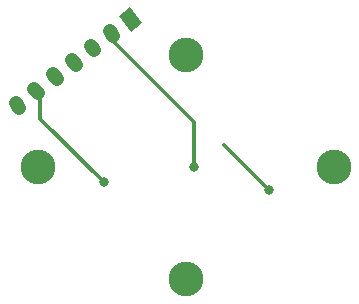
<source format=gbl>
G04 #@! TF.FileFunction,Copper,L2,Bot,Signal*
%FSLAX46Y46*%
G04 Gerber Fmt 4.6, Leading zero omitted, Abs format (unit mm)*
G04 Created by KiCad (PCBNEW 4.0.7+dfsg1-1) date Wed Jan 17 01:01:51 2018*
%MOMM*%
%LPD*%
G01*
G04 APERTURE LIST*
%ADD10C,0.100000*%
%ADD11C,1.198880*%
%ADD12C,2.946400*%
%ADD13C,0.800000*%
%ADD14C,0.300000*%
G04 APERTURE END LIST*
D10*
G36*
X84752551Y-82963543D02*
X85779922Y-84317055D01*
X84824979Y-85041897D01*
X83797608Y-83688385D01*
X84752551Y-82963543D01*
X84752551Y-82963543D01*
G37*
D11*
X83347783Y-85410585D02*
X83045253Y-85012017D01*
X81753512Y-86620702D02*
X81450982Y-86222134D01*
X80161265Y-87829284D02*
X79858735Y-87430716D01*
X78569018Y-89037866D02*
X78266488Y-88639298D01*
X76974747Y-90247983D02*
X76672217Y-89849415D01*
X75382500Y-91456564D02*
X75079970Y-91057996D01*
D12*
X102000000Y-96520000D03*
X89500000Y-87000000D03*
X89500000Y-106000000D03*
X77000000Y-96500000D03*
D13*
X90170000Y-96520000D03*
X96520000Y-98425000D03*
X82550000Y-97790000D03*
D14*
X83287018Y-85335407D02*
X83287018Y-85827018D01*
X83287018Y-85827018D02*
X90170000Y-92710000D01*
X90170000Y-92710000D02*
X90170000Y-96520000D01*
X82838781Y-84801219D02*
X82838781Y-85378781D01*
X92710000Y-94615000D02*
X96520000Y-98425000D01*
X76732982Y-89924593D02*
X76732982Y-90010544D01*
X76732982Y-90010544D02*
X77181219Y-90458781D01*
X77181219Y-92421219D02*
X82550000Y-97790000D01*
X77181219Y-90458781D02*
X77181219Y-92421219D01*
M02*

</source>
